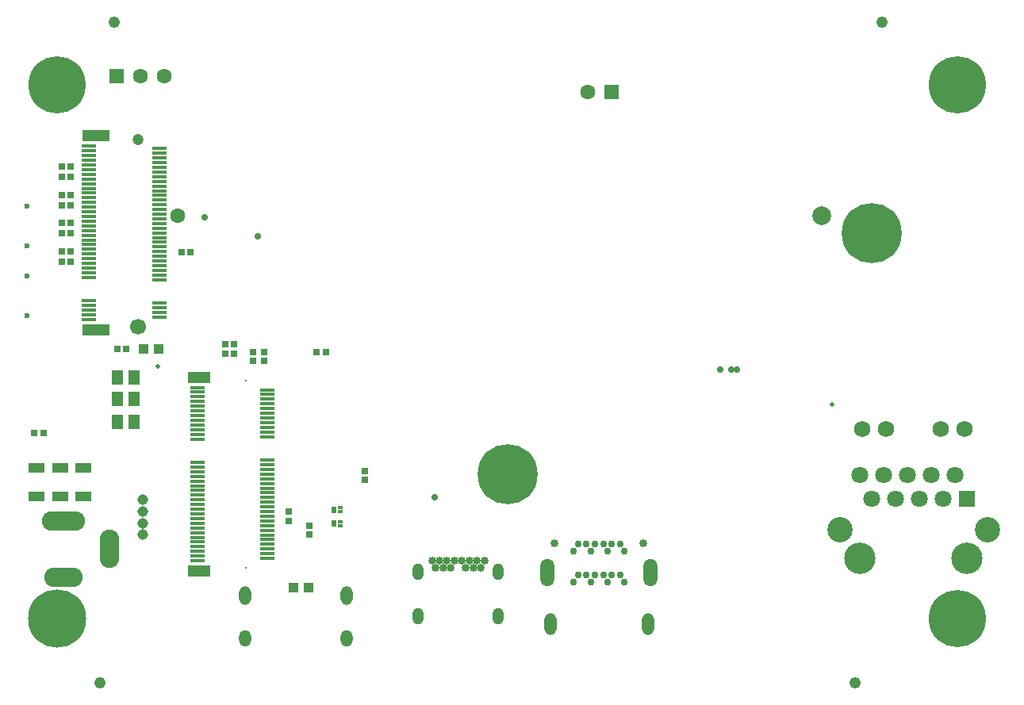
<source format=gbs>
G04*
G04 #@! TF.GenerationSoftware,Altium Limited,Altium Designer,20.1.12 (249)*
G04*
G04 Layer_Color=16711935*
%FSLAX44Y44*%
%MOMM*%
G71*
G04*
G04 #@! TF.SameCoordinates,92C3D8CC-84FC-494B-B6CF-3A4A02D2A6DE*
G04*
G04*
G04 #@! TF.FilePolarity,Negative*
G04*
G01*
G75*
%ADD99R,1.2000X1.5000*%
%ADD100R,0.6700X0.7200*%
%ADD102R,0.7200X0.6700*%
%ADD155R,1.0700X1.0600*%
%ADD159R,1.8000X1.1160*%
%ADD160R,1.8000X1.1160*%
%ADD172C,1.2192*%
%ADD174C,1.7000*%
%ADD175C,1.2000*%
%ADD176C,0.8532*%
%ADD177O,1.2032X1.8032*%
%ADD178O,1.3000X1.8000*%
%ADD179O,1.3000X2.0000*%
%ADD180C,1.1400*%
%ADD181R,1.6000X1.6000*%
%ADD182C,1.6000*%
%ADD183C,0.7500*%
%ADD184C,0.8500*%
%ADD185O,1.5000X2.9500*%
%ADD186O,1.3000X2.3500*%
%ADD187C,1.8000*%
%ADD188C,2.7000*%
%ADD189C,1.7500*%
%ADD190C,3.3500*%
%ADD191R,1.8000X1.8000*%
%ADD192O,4.6000X2.1000*%
%ADD193O,2.1000X4.1000*%
%ADD194O,4.1000X2.1000*%
%ADD195C,2.0000*%
%ADD196C,0.6000*%
%ADD197C,6.1000*%
%ADD198C,0.3332*%
%ADD199C,0.1000*%
%ADD200C,0.7112*%
%ADD228C,0.5000*%
%ADD264R,1.6500X0.4000*%
%ADD265R,2.8500X1.3000*%
%ADD266R,0.5000X0.8000*%
%ADD267R,0.5000X0.3500*%
%ADD268R,1.6500X0.3800*%
%ADD269R,2.4900X1.3000*%
%ADD270C,6.4032*%
%ADD271C,6.2032*%
D99*
X368750Y504500D02*
D03*
X386250D02*
D03*
X368750Y529500D02*
D03*
X386250D02*
D03*
X368750Y552000D02*
D03*
X386250D02*
D03*
D100*
X309200Y717000D02*
D03*
X318800D02*
D03*
X309200Y706000D02*
D03*
X318800D02*
D03*
X309200Y736000D02*
D03*
X318800D02*
D03*
X309200Y747000D02*
D03*
X318800D02*
D03*
Y687000D02*
D03*
X309200D02*
D03*
X318800Y676000D02*
D03*
X309200D02*
D03*
Y766000D02*
D03*
X318800D02*
D03*
X309200Y777000D02*
D03*
X318800D02*
D03*
X368700Y582500D02*
D03*
X378300D02*
D03*
X437200Y686000D02*
D03*
X446800D02*
D03*
X289800Y492500D02*
D03*
X280200D02*
D03*
X591300Y579000D02*
D03*
X581700D02*
D03*
D102*
X513500Y569700D02*
D03*
Y579300D02*
D03*
X633000Y452300D02*
D03*
Y442700D02*
D03*
X483500Y587300D02*
D03*
Y577700D02*
D03*
X493000Y587300D02*
D03*
Y577700D02*
D03*
X552022Y408800D02*
D03*
Y399200D02*
D03*
X525500Y569700D02*
D03*
Y579300D02*
D03*
X574000Y384200D02*
D03*
Y393800D02*
D03*
D155*
X413150Y583000D02*
D03*
X396850D02*
D03*
X573150Y328000D02*
D03*
X556850D02*
D03*
D159*
X307500Y425500D02*
D03*
X332500Y425500D02*
D03*
X282500D02*
D03*
D160*
X307500Y455500D02*
D03*
X332500Y455500D02*
D03*
X282500D02*
D03*
D172*
X365500Y931500D02*
D03*
X1184651Y931500D02*
D03*
X350000Y226500D02*
D03*
X1156451Y226500D02*
D03*
D174*
X391000Y606500D02*
D03*
D175*
Y806500D02*
D03*
D176*
X728499Y356350D02*
D03*
X736499D02*
D03*
X708499Y349350D02*
D03*
X716499D02*
D03*
X748499D02*
D03*
X756499D02*
D03*
X720499Y356350D02*
D03*
X744499D02*
D03*
X712499D02*
D03*
X752499D02*
D03*
X704499D02*
D03*
X760499D02*
D03*
X724499Y349350D02*
D03*
X740499D02*
D03*
D177*
X775199Y344850D02*
D03*
X689799D02*
D03*
X775199Y297550D02*
D03*
X689799D02*
D03*
D178*
X613750Y274000D02*
D03*
X505250D02*
D03*
D179*
X613750Y319000D02*
D03*
X505250D02*
D03*
D180*
X396200Y384250D02*
D03*
Y396750D02*
D03*
Y409250D02*
D03*
Y421750D02*
D03*
D181*
X896200Y857000D02*
D03*
X367600Y874000D02*
D03*
D182*
X870800Y857000D02*
D03*
X432750Y725000D02*
D03*
X393000Y874000D02*
D03*
X418400D02*
D03*
D183*
X910000Y333500D02*
D03*
X874000D02*
D03*
X892080D02*
D03*
X856000D02*
D03*
Y367000D02*
D03*
X892080D02*
D03*
X874000D02*
D03*
X910000D02*
D03*
X869500Y374750D02*
D03*
X860500D02*
D03*
X905500Y341250D02*
D03*
X896500D02*
D03*
X887500Y374750D02*
D03*
X878500D02*
D03*
X905500D02*
D03*
X896500D02*
D03*
X869500Y341250D02*
D03*
X860500D02*
D03*
X887500D02*
D03*
X878500D02*
D03*
D184*
X835500Y375000D02*
D03*
X930500D02*
D03*
D185*
X828000Y343500D02*
D03*
X938000D02*
D03*
D186*
X831000Y288500D02*
D03*
X935000D02*
D03*
D187*
X1237600Y448400D02*
D03*
X1212200D02*
D03*
X1186800D02*
D03*
X1199500Y423000D02*
D03*
X1224900D02*
D03*
X1250300D02*
D03*
X1263000Y448400D02*
D03*
X1174100Y423000D02*
D03*
X1161400Y448400D02*
D03*
D188*
X1139768Y390000D02*
D03*
X1297332D02*
D03*
D189*
X1163940Y496700D02*
D03*
X1273240D02*
D03*
X1189340D02*
D03*
X1247840D02*
D03*
D190*
X1161400Y359500D02*
D03*
X1275700D02*
D03*
D191*
Y423000D02*
D03*
D192*
X311000Y398500D02*
D03*
D193*
X360000Y369000D02*
D03*
D194*
X311000Y338500D02*
D03*
D195*
X1120750Y725000D02*
D03*
D196*
X272500Y618250D02*
D03*
Y660750D02*
D03*
Y692750D02*
D03*
Y735250D02*
D03*
D197*
X304800Y864360D02*
D03*
X1265700D02*
D03*
X1265700Y294640D02*
D03*
D198*
X505750Y349000D02*
D03*
Y549000D02*
D03*
D199*
X458750Y305000D02*
D03*
X1094750D02*
D03*
D200*
X1173850Y706500D02*
D03*
X1030000Y560500D02*
D03*
X1024000D02*
D03*
X1012000D02*
D03*
X707500Y424000D02*
D03*
X461500Y723000D02*
D03*
X519000Y702500D02*
D03*
D228*
X412000Y564000D02*
D03*
X1131500Y523000D02*
D03*
D264*
X338250Y669000D02*
D03*
Y664000D02*
D03*
Y684000D02*
D03*
Y679000D02*
D03*
Y759000D02*
D03*
Y754000D02*
D03*
Y774000D02*
D03*
Y769000D02*
D03*
Y789000D02*
D03*
Y784000D02*
D03*
X413750Y616500D02*
D03*
Y621500D02*
D03*
Y626500D02*
D03*
Y631500D02*
D03*
Y656500D02*
D03*
Y661500D02*
D03*
Y666500D02*
D03*
Y671500D02*
D03*
Y676500D02*
D03*
Y681500D02*
D03*
Y686500D02*
D03*
Y691500D02*
D03*
Y696500D02*
D03*
Y701500D02*
D03*
Y706500D02*
D03*
Y711500D02*
D03*
Y716500D02*
D03*
Y721500D02*
D03*
Y726500D02*
D03*
Y731500D02*
D03*
Y736500D02*
D03*
Y741500D02*
D03*
Y746500D02*
D03*
Y751500D02*
D03*
Y756500D02*
D03*
Y761500D02*
D03*
Y766500D02*
D03*
Y771500D02*
D03*
Y776500D02*
D03*
Y781500D02*
D03*
Y786500D02*
D03*
Y791500D02*
D03*
Y796500D02*
D03*
X338250Y614000D02*
D03*
Y619000D02*
D03*
Y624000D02*
D03*
Y629000D02*
D03*
Y634000D02*
D03*
Y659000D02*
D03*
Y674000D02*
D03*
Y689000D02*
D03*
Y704000D02*
D03*
Y719000D02*
D03*
Y734000D02*
D03*
Y749000D02*
D03*
Y764000D02*
D03*
Y779000D02*
D03*
Y794000D02*
D03*
Y799000D02*
D03*
Y744000D02*
D03*
Y739000D02*
D03*
Y729000D02*
D03*
Y724000D02*
D03*
Y714000D02*
D03*
Y709000D02*
D03*
Y699000D02*
D03*
Y694000D02*
D03*
D265*
X346000Y603000D02*
D03*
Y810000D02*
D03*
D266*
X600000Y396000D02*
D03*
Y411000D02*
D03*
D267*
X607000Y398250D02*
D03*
Y393750D02*
D03*
Y413250D02*
D03*
Y408750D02*
D03*
D268*
X454500Y446500D02*
D03*
Y356500D02*
D03*
Y361500D02*
D03*
Y366500D02*
D03*
Y371500D02*
D03*
Y376500D02*
D03*
Y381500D02*
D03*
Y386500D02*
D03*
Y391500D02*
D03*
Y396500D02*
D03*
Y401500D02*
D03*
Y406500D02*
D03*
Y411500D02*
D03*
Y416500D02*
D03*
Y421500D02*
D03*
Y426500D02*
D03*
Y431500D02*
D03*
Y436500D02*
D03*
Y441500D02*
D03*
Y451500D02*
D03*
Y456500D02*
D03*
Y461500D02*
D03*
Y486500D02*
D03*
Y491500D02*
D03*
Y496500D02*
D03*
Y501500D02*
D03*
Y506500D02*
D03*
Y511500D02*
D03*
Y516500D02*
D03*
Y521500D02*
D03*
Y526500D02*
D03*
Y531500D02*
D03*
Y536500D02*
D03*
Y541500D02*
D03*
X528500Y359000D02*
D03*
Y364000D02*
D03*
Y369000D02*
D03*
Y374000D02*
D03*
Y379000D02*
D03*
Y384000D02*
D03*
Y389000D02*
D03*
Y394000D02*
D03*
Y399000D02*
D03*
Y404000D02*
D03*
Y409000D02*
D03*
Y414000D02*
D03*
Y419000D02*
D03*
Y424000D02*
D03*
Y429000D02*
D03*
Y434000D02*
D03*
Y439000D02*
D03*
Y444000D02*
D03*
Y449000D02*
D03*
Y454000D02*
D03*
Y459000D02*
D03*
Y464000D02*
D03*
Y489000D02*
D03*
Y494000D02*
D03*
Y499000D02*
D03*
Y504000D02*
D03*
Y509000D02*
D03*
Y514000D02*
D03*
Y519000D02*
D03*
Y524000D02*
D03*
Y529000D02*
D03*
Y534000D02*
D03*
Y539000D02*
D03*
D269*
X455650Y345500D02*
D03*
Y552500D02*
D03*
D270*
X784990Y449000D02*
D03*
X1173850Y706500D02*
D03*
D271*
X304800Y294640D02*
D03*
M02*

</source>
